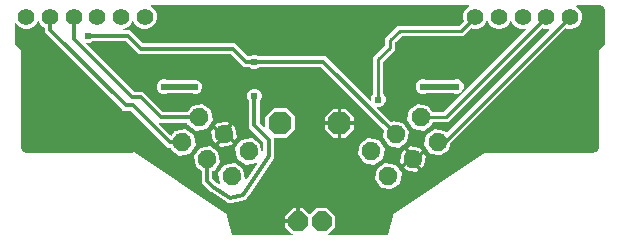
<source format=gbr>
G04 EAGLE Gerber X2 export*
G04 #@! %TF.Part,Single*
G04 #@! %TF.FileFunction,Copper,L2,Bot,Mixed*
G04 #@! %TF.FilePolarity,Positive*
G04 #@! %TF.GenerationSoftware,Autodesk,EAGLE,8.6.0*
G04 #@! %TF.CreationDate,2018-03-03T07:31:49Z*
G75*
%MOMM*%
%FSLAX34Y34*%
%LPD*%
%AMOC8*
5,1,8,0,0,1.08239X$1,22.5*%
G01*
%ADD10C,1.422400*%
%ADD11P,1.649562X8X168.200000*%
%ADD12P,1.649562X8X57.000000*%
%ADD13P,2.089446X8X22.500000*%
%ADD14P,1.814519X8X22.500000*%
%ADD15C,0.604000*%
%ADD16C,0.508000*%
%ADD17C,0.304800*%
%ADD18C,0.254000*%

G36*
X534705Y135092D02*
X534705Y135092D01*
X534777Y135094D01*
X534826Y135112D01*
X534877Y135120D01*
X534940Y135154D01*
X535008Y135179D01*
X535048Y135211D01*
X535095Y135236D01*
X535144Y135288D01*
X535200Y135332D01*
X535228Y135376D01*
X535264Y135414D01*
X535294Y135479D01*
X535333Y135539D01*
X535346Y135590D01*
X535368Y135637D01*
X535375Y135708D01*
X535393Y135778D01*
X535389Y135830D01*
X535395Y135881D01*
X535379Y135952D01*
X535374Y136023D01*
X535353Y136071D01*
X535342Y136122D01*
X535306Y136183D01*
X535277Y136249D01*
X535233Y136305D01*
X535216Y136333D01*
X535198Y136348D01*
X535173Y136380D01*
X529077Y142476D01*
X529077Y145477D01*
X539238Y145477D01*
X539258Y145480D01*
X539277Y145478D01*
X539379Y145500D01*
X539481Y145517D01*
X539498Y145526D01*
X539518Y145530D01*
X539607Y145583D01*
X539698Y145632D01*
X539712Y145646D01*
X539729Y145656D01*
X539796Y145735D01*
X539867Y145810D01*
X539876Y145828D01*
X539889Y145843D01*
X539927Y145939D01*
X539971Y146033D01*
X539973Y146053D01*
X539981Y146071D01*
X539999Y146238D01*
X539999Y147001D01*
X540762Y147001D01*
X540782Y147004D01*
X540801Y147002D01*
X540903Y147024D01*
X541005Y147041D01*
X541022Y147050D01*
X541042Y147054D01*
X541131Y147107D01*
X541222Y147156D01*
X541236Y147170D01*
X541253Y147180D01*
X541320Y147259D01*
X541391Y147334D01*
X541400Y147352D01*
X541413Y147367D01*
X541452Y147463D01*
X541495Y147557D01*
X541497Y147577D01*
X541505Y147595D01*
X541523Y147762D01*
X541523Y157923D01*
X544524Y157923D01*
X549103Y153345D01*
X549119Y153333D01*
X549131Y153317D01*
X549218Y153261D01*
X549302Y153201D01*
X549321Y153195D01*
X549338Y153184D01*
X549439Y153159D01*
X549537Y153129D01*
X549557Y153129D01*
X549577Y153124D01*
X549680Y153132D01*
X549783Y153135D01*
X549802Y153142D01*
X549822Y153143D01*
X549917Y153184D01*
X550014Y153219D01*
X550030Y153232D01*
X550048Y153240D01*
X550179Y153345D01*
X555265Y158431D01*
X564735Y158431D01*
X571431Y151735D01*
X571431Y142265D01*
X565546Y136380D01*
X565504Y136322D01*
X565455Y136270D01*
X565433Y136223D01*
X565402Y136181D01*
X565381Y136112D01*
X565351Y136047D01*
X565345Y135995D01*
X565330Y135945D01*
X565332Y135874D01*
X565324Y135803D01*
X565335Y135752D01*
X565336Y135700D01*
X565361Y135632D01*
X565376Y135562D01*
X565403Y135517D01*
X565421Y135469D01*
X565466Y135413D01*
X565502Y135351D01*
X565542Y135317D01*
X565574Y135277D01*
X565635Y135238D01*
X565689Y135191D01*
X565737Y135172D01*
X565781Y135144D01*
X565851Y135126D01*
X565917Y135099D01*
X565989Y135091D01*
X566020Y135083D01*
X566043Y135085D01*
X566084Y135081D01*
X615439Y135081D01*
X615488Y135089D01*
X615538Y135087D01*
X615609Y135109D01*
X615681Y135120D01*
X615726Y135144D01*
X615774Y135159D01*
X615834Y135201D01*
X615899Y135236D01*
X615933Y135272D01*
X615974Y135301D01*
X616018Y135361D01*
X616068Y135414D01*
X616089Y135459D01*
X616119Y135500D01*
X616161Y135614D01*
X616172Y135637D01*
X616173Y135645D01*
X616177Y135657D01*
X620037Y151098D01*
X620038Y151112D01*
X620045Y151133D01*
X620438Y153098D01*
X620445Y153108D01*
X620482Y153142D01*
X620517Y153207D01*
X620554Y153258D01*
X622267Y154285D01*
X622278Y154294D01*
X622298Y154305D01*
X696700Y203907D01*
X696717Y203922D01*
X696816Y204002D01*
X697895Y205081D01*
X698231Y205081D01*
X698247Y205083D01*
X698264Y205081D01*
X698369Y205103D01*
X698474Y205120D01*
X698488Y205128D01*
X698505Y205131D01*
X698653Y205209D01*
X698933Y205395D01*
X700429Y205096D01*
X700452Y205095D01*
X700578Y205081D01*
X790000Y205081D01*
X790026Y205085D01*
X790075Y205084D01*
X790886Y205164D01*
X790913Y205172D01*
X790941Y205172D01*
X791102Y205219D01*
X792601Y205839D01*
X792657Y205874D01*
X792717Y205900D01*
X792782Y205951D01*
X792810Y205969D01*
X792823Y205984D01*
X792848Y206004D01*
X793996Y207152D01*
X794034Y207205D01*
X794080Y207252D01*
X794120Y207325D01*
X794139Y207351D01*
X794145Y207370D01*
X794161Y207399D01*
X794781Y208898D01*
X794788Y208925D01*
X794801Y208950D01*
X794836Y209114D01*
X794916Y209925D01*
X794914Y209952D01*
X794919Y210000D01*
X794919Y292105D01*
X799696Y296882D01*
X799749Y296956D01*
X799809Y297025D01*
X799821Y297055D01*
X799840Y297081D01*
X799867Y297168D01*
X799901Y297253D01*
X799905Y297294D01*
X799912Y297316D01*
X799911Y297349D01*
X799919Y297420D01*
X799919Y325000D01*
X799915Y325026D01*
X799916Y325075D01*
X799836Y325886D01*
X799828Y325913D01*
X799828Y325941D01*
X799781Y326102D01*
X799161Y327601D01*
X799126Y327657D01*
X799100Y327717D01*
X799049Y327782D01*
X799031Y327810D01*
X799016Y327823D01*
X798996Y327848D01*
X797848Y328996D01*
X797795Y329034D01*
X797748Y329080D01*
X797742Y329083D01*
X797738Y329087D01*
X797721Y329095D01*
X797675Y329120D01*
X797649Y329139D01*
X797630Y329145D01*
X797601Y329161D01*
X796103Y329781D01*
X796075Y329788D01*
X796050Y329801D01*
X795886Y329836D01*
X795075Y329916D01*
X795048Y329914D01*
X795000Y329919D01*
X776288Y329919D01*
X776217Y329908D01*
X776146Y329906D01*
X776097Y329888D01*
X776045Y329880D01*
X775982Y329846D01*
X775915Y329821D01*
X775874Y329789D01*
X775828Y329764D01*
X775779Y329712D01*
X775723Y329668D01*
X775694Y329624D01*
X775658Y329586D01*
X775628Y329521D01*
X775590Y329461D01*
X775577Y329410D01*
X775555Y329363D01*
X775547Y329292D01*
X775529Y329222D01*
X775534Y329170D01*
X775528Y329119D01*
X775543Y329048D01*
X775549Y328977D01*
X775569Y328929D01*
X775580Y328878D01*
X775617Y328817D01*
X775645Y328751D01*
X775690Y328695D01*
X775706Y328667D01*
X775724Y328652D01*
X775750Y328620D01*
X778614Y325756D01*
X780161Y322021D01*
X780161Y317979D01*
X778614Y314244D01*
X775756Y311386D01*
X772021Y309839D01*
X767979Y309839D01*
X767012Y310240D01*
X766898Y310266D01*
X766785Y310295D01*
X766779Y310295D01*
X766772Y310296D01*
X766656Y310285D01*
X766540Y310276D01*
X766534Y310273D01*
X766528Y310273D01*
X766420Y310225D01*
X766313Y310180D01*
X766307Y310175D01*
X766303Y310173D01*
X766289Y310160D01*
X766182Y310075D01*
X668933Y212826D01*
X668921Y212808D01*
X668904Y212794D01*
X668849Y212708D01*
X668790Y212626D01*
X668783Y212605D01*
X668772Y212587D01*
X668723Y212426D01*
X667838Y207653D01*
X660555Y202647D01*
X651864Y204257D01*
X646858Y211541D01*
X648469Y220231D01*
X655753Y225237D01*
X664443Y223627D01*
X665178Y222558D01*
X665239Y222494D01*
X665295Y222424D01*
X665324Y222405D01*
X665348Y222380D01*
X665427Y222339D01*
X665502Y222291D01*
X665535Y222282D01*
X665566Y222266D01*
X665654Y222252D01*
X665741Y222231D01*
X665775Y222233D01*
X665809Y222228D01*
X665897Y222243D01*
X665986Y222250D01*
X666017Y222263D01*
X666051Y222269D01*
X666130Y222311D01*
X666212Y222346D01*
X666246Y222373D01*
X666268Y222385D01*
X666290Y222408D01*
X666343Y222451D01*
X752432Y308540D01*
X752474Y308598D01*
X752523Y308650D01*
X752545Y308697D01*
X752576Y308739D01*
X752597Y308808D01*
X752627Y308873D01*
X752633Y308925D01*
X752648Y308975D01*
X752646Y309046D01*
X752654Y309117D01*
X752643Y309168D01*
X752642Y309220D01*
X752617Y309288D01*
X752602Y309358D01*
X752575Y309402D01*
X752557Y309451D01*
X752512Y309507D01*
X752476Y309569D01*
X752436Y309603D01*
X752404Y309643D01*
X752343Y309682D01*
X752289Y309729D01*
X752240Y309748D01*
X752197Y309776D01*
X752127Y309794D01*
X752061Y309821D01*
X751989Y309829D01*
X751958Y309837D01*
X751935Y309835D01*
X751894Y309839D01*
X747979Y309839D01*
X747012Y310240D01*
X746898Y310266D01*
X746785Y310295D01*
X746779Y310295D01*
X746772Y310296D01*
X746656Y310285D01*
X746540Y310276D01*
X746534Y310273D01*
X746528Y310273D01*
X746420Y310225D01*
X746313Y310180D01*
X746307Y310175D01*
X746303Y310173D01*
X746289Y310160D01*
X746182Y310075D01*
X669417Y233309D01*
X666664Y230556D01*
X654450Y230556D01*
X654377Y230544D01*
X654304Y230542D01*
X654257Y230524D01*
X654207Y230516D01*
X654142Y230482D01*
X654073Y230456D01*
X654034Y230425D01*
X653990Y230401D01*
X653939Y230348D01*
X653882Y230302D01*
X653855Y230259D01*
X653820Y230223D01*
X653789Y230156D01*
X653750Y230094D01*
X653730Y230029D01*
X653717Y230000D01*
X653714Y229976D01*
X653701Y229934D01*
X653452Y228586D01*
X646168Y223579D01*
X637478Y225190D01*
X632472Y232474D01*
X634082Y241164D01*
X641366Y246170D01*
X650056Y244560D01*
X653517Y239524D01*
X653544Y239496D01*
X653563Y239464D01*
X653628Y239408D01*
X653688Y239346D01*
X653721Y239329D01*
X653750Y239304D01*
X653830Y239272D01*
X653906Y239232D01*
X653943Y239226D01*
X653978Y239212D01*
X654145Y239194D01*
X662771Y239194D01*
X662861Y239208D01*
X662952Y239215D01*
X662981Y239228D01*
X663013Y239233D01*
X663094Y239276D01*
X663178Y239312D01*
X663210Y239337D01*
X663231Y239348D01*
X663253Y239372D01*
X663309Y239417D01*
X732432Y308540D01*
X732474Y308598D01*
X732523Y308650D01*
X732545Y308697D01*
X732576Y308739D01*
X732597Y308808D01*
X732627Y308873D01*
X732633Y308925D01*
X732648Y308975D01*
X732646Y309046D01*
X732654Y309117D01*
X732643Y309168D01*
X732642Y309220D01*
X732617Y309288D01*
X732602Y309358D01*
X732575Y309403D01*
X732557Y309451D01*
X732512Y309507D01*
X732476Y309569D01*
X732436Y309603D01*
X732404Y309643D01*
X732343Y309682D01*
X732289Y309729D01*
X732240Y309748D01*
X732197Y309776D01*
X732127Y309794D01*
X732061Y309821D01*
X731989Y309829D01*
X731958Y309837D01*
X731935Y309835D01*
X731894Y309839D01*
X727979Y309839D01*
X724244Y311386D01*
X721386Y314244D01*
X720703Y315893D01*
X720665Y315954D01*
X720636Y316019D01*
X720601Y316058D01*
X720574Y316102D01*
X720518Y316148D01*
X720470Y316201D01*
X720424Y316226D01*
X720384Y316259D01*
X720317Y316285D01*
X720254Y316319D01*
X720203Y316328D01*
X720155Y316347D01*
X720083Y316350D01*
X720012Y316363D01*
X719961Y316355D01*
X719909Y316357D01*
X719840Y316337D01*
X719769Y316327D01*
X719723Y316303D01*
X719673Y316289D01*
X719614Y316248D01*
X719550Y316216D01*
X719513Y316178D01*
X719471Y316149D01*
X719428Y316091D01*
X719378Y316040D01*
X719343Y315977D01*
X719324Y315951D01*
X719317Y315929D01*
X719297Y315893D01*
X718614Y314244D01*
X715756Y311386D01*
X712021Y309839D01*
X707979Y309839D01*
X704244Y311386D01*
X701386Y314244D01*
X700703Y315893D01*
X700665Y315954D01*
X700636Y316019D01*
X700601Y316058D01*
X700574Y316102D01*
X700518Y316148D01*
X700470Y316201D01*
X700424Y316226D01*
X700384Y316259D01*
X700317Y316285D01*
X700254Y316319D01*
X700203Y316328D01*
X700155Y316347D01*
X700083Y316350D01*
X700012Y316363D01*
X699961Y316355D01*
X699909Y316357D01*
X699840Y316337D01*
X699769Y316327D01*
X699723Y316303D01*
X699673Y316289D01*
X699614Y316248D01*
X699550Y316216D01*
X699513Y316178D01*
X699471Y316149D01*
X699428Y316091D01*
X699378Y316040D01*
X699343Y315977D01*
X699324Y315951D01*
X699317Y315929D01*
X699297Y315893D01*
X698614Y314244D01*
X695756Y311386D01*
X692021Y309839D01*
X687979Y309839D01*
X687012Y310240D01*
X686898Y310266D01*
X686785Y310295D01*
X686779Y310295D01*
X686772Y310296D01*
X686656Y310285D01*
X686540Y310276D01*
X686534Y310273D01*
X686528Y310273D01*
X686420Y310225D01*
X686313Y310180D01*
X686307Y310175D01*
X686303Y310173D01*
X686289Y310160D01*
X686182Y310075D01*
X679789Y303681D01*
X628104Y303681D01*
X628014Y303667D01*
X627923Y303659D01*
X627893Y303647D01*
X627861Y303642D01*
X627781Y303599D01*
X627697Y303563D01*
X627665Y303537D01*
X627644Y303526D01*
X627622Y303503D01*
X627566Y303458D01*
X622542Y298434D01*
X622489Y298360D01*
X622429Y298291D01*
X622417Y298261D01*
X622398Y298234D01*
X622371Y298147D01*
X622337Y298063D01*
X622333Y298022D01*
X622326Y297999D01*
X622327Y297967D01*
X622319Y297896D01*
X622319Y292211D01*
X612458Y282350D01*
X612405Y282276D01*
X612345Y282207D01*
X612333Y282177D01*
X612314Y282150D01*
X612287Y282063D01*
X612253Y281979D01*
X612249Y281938D01*
X612242Y281915D01*
X612243Y281883D01*
X612235Y281812D01*
X612235Y254579D01*
X612237Y254567D01*
X612236Y254558D01*
X612246Y254511D01*
X612250Y254489D01*
X612257Y254398D01*
X612269Y254368D01*
X612274Y254336D01*
X612317Y254256D01*
X612353Y254172D01*
X612379Y254140D01*
X612390Y254119D01*
X612413Y254097D01*
X612458Y254041D01*
X613061Y253438D01*
X613985Y251207D01*
X613985Y248793D01*
X613061Y246562D01*
X611354Y244855D01*
X609123Y243931D01*
X607696Y243931D01*
X607625Y243920D01*
X607553Y243918D01*
X607504Y243900D01*
X607453Y243892D01*
X607390Y243858D01*
X607322Y243833D01*
X607281Y243801D01*
X607235Y243776D01*
X607186Y243725D01*
X607130Y243680D01*
X607102Y243636D01*
X607066Y243598D01*
X607036Y243533D01*
X606997Y243473D01*
X606984Y243422D01*
X606962Y243375D01*
X606955Y243304D01*
X606937Y243234D01*
X606941Y243182D01*
X606935Y243131D01*
X606951Y243060D01*
X606956Y242989D01*
X606977Y242941D01*
X606988Y242890D01*
X607024Y242829D01*
X607052Y242763D01*
X607097Y242707D01*
X607114Y242679D01*
X607132Y242664D01*
X607157Y242632D01*
X618547Y231242D01*
X618606Y231199D01*
X618660Y231149D01*
X618706Y231128D01*
X618746Y231099D01*
X618817Y231077D01*
X618884Y231046D01*
X618934Y231041D01*
X618982Y231026D01*
X619055Y231028D01*
X619128Y231021D01*
X619177Y231031D01*
X619227Y231033D01*
X619297Y231058D01*
X619368Y231074D01*
X619428Y231106D01*
X619458Y231117D01*
X619478Y231133D01*
X619516Y231153D01*
X620433Y231784D01*
X629123Y230173D01*
X634129Y222889D01*
X632519Y214199D01*
X625235Y209193D01*
X616545Y210803D01*
X611539Y218087D01*
X612596Y223792D01*
X612597Y223830D01*
X612606Y223867D01*
X612599Y223953D01*
X612601Y224038D01*
X612590Y224075D01*
X612587Y224112D01*
X612553Y224191D01*
X612528Y224273D01*
X612506Y224304D01*
X612491Y224339D01*
X612386Y224469D01*
X559751Y277104D01*
X559677Y277157D01*
X559608Y277217D01*
X559578Y277229D01*
X559551Y277248D01*
X559464Y277275D01*
X559380Y277309D01*
X559339Y277313D01*
X559316Y277320D01*
X559284Y277319D01*
X559213Y277327D01*
X507325Y277327D01*
X507235Y277313D01*
X507144Y277305D01*
X507114Y277293D01*
X507082Y277288D01*
X507002Y277245D01*
X506918Y277209D01*
X506886Y277183D01*
X506865Y277172D01*
X506843Y277149D01*
X506787Y277104D01*
X506438Y276755D01*
X504207Y275831D01*
X501793Y275831D01*
X499562Y276755D01*
X499213Y277104D01*
X499139Y277157D01*
X499070Y277217D01*
X499040Y277229D01*
X499013Y277248D01*
X498927Y277275D01*
X498842Y277309D01*
X498801Y277313D01*
X498778Y277320D01*
X498746Y277319D01*
X498675Y277327D01*
X494206Y277327D01*
X483329Y288204D01*
X483255Y288257D01*
X483185Y288317D01*
X483155Y288329D01*
X483129Y288348D01*
X483042Y288375D01*
X482957Y288409D01*
X482916Y288413D01*
X482894Y288420D01*
X482862Y288419D01*
X482791Y288427D01*
X405106Y288427D01*
X394329Y299204D01*
X394255Y299257D01*
X394185Y299317D01*
X394155Y299329D01*
X394129Y299348D01*
X394042Y299375D01*
X393957Y299409D01*
X393916Y299413D01*
X393894Y299420D01*
X393862Y299419D01*
X393791Y299427D01*
X366325Y299427D01*
X366235Y299413D01*
X366144Y299405D01*
X366114Y299393D01*
X366082Y299388D01*
X366002Y299345D01*
X365918Y299309D01*
X365886Y299283D01*
X365865Y299272D01*
X365843Y299249D01*
X365787Y299204D01*
X365438Y298855D01*
X363207Y297931D01*
X361373Y297931D01*
X361303Y297920D01*
X361231Y297918D01*
X361182Y297900D01*
X361131Y297892D01*
X361067Y297858D01*
X361000Y297833D01*
X360959Y297801D01*
X360913Y297776D01*
X360864Y297724D01*
X360808Y297680D01*
X360780Y297636D01*
X360744Y297598D01*
X360714Y297533D01*
X360675Y297473D01*
X360662Y297422D01*
X360640Y297375D01*
X360632Y297304D01*
X360615Y297234D01*
X360619Y297182D01*
X360613Y297131D01*
X360628Y297060D01*
X360634Y296989D01*
X360654Y296941D01*
X360665Y296890D01*
X360702Y296829D01*
X360730Y296763D01*
X360775Y296707D01*
X360792Y296679D01*
X360809Y296664D01*
X360835Y296632D01*
X400671Y256796D01*
X400745Y256743D01*
X400815Y256683D01*
X400845Y256671D01*
X400871Y256652D01*
X400958Y256625D01*
X401043Y256591D01*
X401084Y256587D01*
X401106Y256580D01*
X401138Y256581D01*
X401209Y256573D01*
X408894Y256573D01*
X425836Y239631D01*
X425910Y239578D01*
X425980Y239518D01*
X426010Y239506D01*
X426036Y239487D01*
X426123Y239460D01*
X426208Y239426D01*
X426249Y239422D01*
X426271Y239415D01*
X426303Y239416D01*
X426374Y239408D01*
X446000Y239408D01*
X446039Y239414D01*
X446078Y239412D01*
X446159Y239434D01*
X446243Y239448D01*
X446277Y239466D01*
X446315Y239476D01*
X446386Y239523D01*
X446460Y239563D01*
X446487Y239591D01*
X446520Y239613D01*
X446629Y239740D01*
X447124Y240466D01*
X447124Y240467D01*
X447644Y241228D01*
X448163Y241989D01*
X449201Y243511D01*
X449202Y243511D01*
X449202Y243512D01*
X449721Y244273D01*
X449874Y244498D01*
X458559Y246139D01*
X465860Y241158D01*
X467501Y232474D01*
X462521Y225172D01*
X453836Y223531D01*
X446535Y228512D01*
X446321Y229642D01*
X446296Y229710D01*
X446281Y229781D01*
X446255Y229825D01*
X446237Y229874D01*
X446192Y229930D01*
X446155Y229992D01*
X446116Y230026D01*
X446084Y230066D01*
X446023Y230105D01*
X445968Y230152D01*
X445920Y230171D01*
X445877Y230199D01*
X445807Y230217D01*
X445740Y230244D01*
X445670Y230252D01*
X445639Y230259D01*
X445615Y230258D01*
X445573Y230262D01*
X423042Y230262D01*
X422972Y230251D01*
X422900Y230249D01*
X422851Y230231D01*
X422800Y230223D01*
X422736Y230189D01*
X422669Y230164D01*
X422628Y230132D01*
X422582Y230107D01*
X422533Y230056D01*
X422477Y230011D01*
X422449Y229967D01*
X422413Y229929D01*
X422383Y229864D01*
X422344Y229804D01*
X422331Y229753D01*
X422309Y229706D01*
X422301Y229635D01*
X422284Y229565D01*
X422288Y229513D01*
X422282Y229462D01*
X422297Y229391D01*
X422303Y229320D01*
X422323Y229272D01*
X422334Y229221D01*
X422371Y229160D01*
X422399Y229094D01*
X422444Y229038D01*
X422461Y229010D01*
X422478Y228995D01*
X422484Y228988D01*
X422486Y228985D01*
X422488Y228983D01*
X422504Y228963D01*
X431826Y219641D01*
X431899Y219588D01*
X431968Y219529D01*
X431999Y219517D01*
X432025Y219498D01*
X432112Y219471D01*
X432196Y219437D01*
X432229Y219435D01*
X432261Y219425D01*
X432351Y219428D01*
X432442Y219422D01*
X432474Y219431D01*
X432506Y219432D01*
X432592Y219463D01*
X432679Y219486D01*
X432706Y219505D01*
X432737Y219516D01*
X432808Y219573D01*
X432884Y219623D01*
X432911Y219655D01*
X432929Y219670D01*
X432947Y219697D01*
X432993Y219750D01*
X433104Y219913D01*
X434661Y222196D01*
X434662Y222197D01*
X435181Y222958D01*
X435561Y223515D01*
X444245Y225156D01*
X451547Y220175D01*
X453188Y211491D01*
X448207Y204189D01*
X439522Y202548D01*
X432221Y207529D01*
X432008Y208659D01*
X431983Y208727D01*
X431968Y208798D01*
X431941Y208842D01*
X431924Y208891D01*
X431878Y208947D01*
X431841Y209009D01*
X431802Y209043D01*
X431770Y209083D01*
X431709Y209122D01*
X431654Y209169D01*
X431607Y209188D01*
X431563Y209216D01*
X431493Y209234D01*
X431426Y209261D01*
X431356Y209269D01*
X431325Y209277D01*
X431301Y209275D01*
X431260Y209279D01*
X429254Y209279D01*
X398329Y240204D01*
X398255Y240257D01*
X398185Y240317D01*
X398155Y240329D01*
X398129Y240348D01*
X398042Y240375D01*
X397957Y240409D01*
X397916Y240413D01*
X397894Y240420D01*
X397862Y240419D01*
X397791Y240427D01*
X392106Y240427D01*
X325427Y307106D01*
X325427Y310388D01*
X325409Y310501D01*
X325391Y310618D01*
X325389Y310624D01*
X325388Y310630D01*
X325333Y310733D01*
X325280Y310838D01*
X325275Y310842D01*
X325272Y310848D01*
X325188Y310928D01*
X325104Y311010D01*
X325098Y311014D01*
X325094Y311017D01*
X325077Y311025D01*
X324957Y311091D01*
X324244Y311386D01*
X321386Y314244D01*
X320703Y315893D01*
X320666Y315954D01*
X320636Y316019D01*
X320601Y316058D01*
X320574Y316102D01*
X320518Y316148D01*
X320470Y316201D01*
X320424Y316226D01*
X320384Y316259D01*
X320317Y316285D01*
X320254Y316319D01*
X320203Y316328D01*
X320155Y316347D01*
X320083Y316350D01*
X320012Y316363D01*
X319961Y316355D01*
X319909Y316357D01*
X319840Y316337D01*
X319769Y316327D01*
X319723Y316303D01*
X319673Y316289D01*
X319614Y316248D01*
X319550Y316216D01*
X319513Y316178D01*
X319471Y316149D01*
X319428Y316091D01*
X319378Y316040D01*
X319343Y315977D01*
X319324Y315951D01*
X319317Y315929D01*
X319297Y315893D01*
X318614Y314244D01*
X315756Y311386D01*
X312021Y309839D01*
X307979Y309839D01*
X304244Y311386D01*
X301380Y314250D01*
X301322Y314292D01*
X301270Y314342D01*
X301223Y314363D01*
X301181Y314394D01*
X301112Y314415D01*
X301047Y314445D01*
X300995Y314451D01*
X300945Y314466D01*
X300874Y314464D01*
X300803Y314472D01*
X300752Y314461D01*
X300700Y314460D01*
X300632Y314435D01*
X300562Y314420D01*
X300517Y314393D01*
X300469Y314375D01*
X300413Y314331D01*
X300351Y314294D01*
X300317Y314254D01*
X300277Y314222D01*
X300238Y314161D01*
X300191Y314107D01*
X300172Y314059D01*
X300144Y314015D01*
X300126Y313945D01*
X300099Y313879D01*
X300091Y313807D01*
X300083Y313776D01*
X300085Y313753D01*
X300081Y313712D01*
X300081Y297420D01*
X300095Y297330D01*
X300103Y297239D01*
X300115Y297209D01*
X300120Y297177D01*
X300163Y297096D01*
X300199Y297013D01*
X300225Y296980D01*
X300236Y296960D01*
X300259Y296938D01*
X300304Y296882D01*
X305081Y292105D01*
X305081Y210000D01*
X305085Y209974D01*
X305084Y209925D01*
X305164Y209114D01*
X305172Y209087D01*
X305172Y209059D01*
X305219Y208898D01*
X305839Y207399D01*
X305874Y207343D01*
X305900Y207283D01*
X305951Y207218D01*
X305969Y207190D01*
X305984Y207177D01*
X306004Y207152D01*
X307152Y206004D01*
X307205Y205966D01*
X307252Y205920D01*
X307325Y205880D01*
X307351Y205861D01*
X307370Y205855D01*
X307399Y205839D01*
X308897Y205219D01*
X308925Y205212D01*
X308950Y205199D01*
X309114Y205164D01*
X309925Y205084D01*
X309952Y205086D01*
X310000Y205081D01*
X399421Y205081D01*
X399445Y205085D01*
X399571Y205096D01*
X401067Y205395D01*
X401347Y205209D01*
X401361Y205202D01*
X401374Y205191D01*
X401474Y205151D01*
X401571Y205107D01*
X401587Y205105D01*
X401602Y205099D01*
X401769Y205081D01*
X402105Y205081D01*
X403184Y204002D01*
X403202Y203988D01*
X403300Y203907D01*
X477703Y154305D01*
X477715Y154299D01*
X477733Y154285D01*
X479452Y153254D01*
X479459Y153244D01*
X479479Y153198D01*
X479528Y153143D01*
X479563Y153091D01*
X479955Y151133D01*
X479960Y151120D01*
X479963Y151097D01*
X483823Y135657D01*
X483843Y135611D01*
X483853Y135562D01*
X483891Y135499D01*
X483920Y135432D01*
X483954Y135394D01*
X483980Y135351D01*
X484035Y135303D01*
X484085Y135249D01*
X484128Y135224D01*
X484166Y135191D01*
X484235Y135164D01*
X484299Y135127D01*
X484348Y135118D01*
X484395Y135099D01*
X484515Y135086D01*
X484540Y135081D01*
X484549Y135082D01*
X484561Y135081D01*
X534634Y135081D01*
X534705Y135092D01*
G37*
G36*
X601176Y249030D02*
X601176Y249030D01*
X601228Y249032D01*
X601296Y249056D01*
X601366Y249072D01*
X601411Y249098D01*
X601459Y249116D01*
X601515Y249161D01*
X601577Y249198D01*
X601611Y249237D01*
X601651Y249270D01*
X601690Y249330D01*
X601737Y249385D01*
X601756Y249433D01*
X601784Y249477D01*
X601802Y249546D01*
X601829Y249613D01*
X601837Y249684D01*
X601845Y249715D01*
X601843Y249739D01*
X601847Y249780D01*
X601847Y251207D01*
X602771Y253438D01*
X603374Y254041D01*
X603427Y254115D01*
X603487Y254184D01*
X603499Y254214D01*
X603518Y254241D01*
X603545Y254327D01*
X603579Y254412D01*
X603583Y254453D01*
X603590Y254476D01*
X603589Y254508D01*
X603597Y254579D01*
X603597Y285705D01*
X613458Y295566D01*
X613511Y295640D01*
X613571Y295709D01*
X613583Y295739D01*
X613602Y295766D01*
X613629Y295853D01*
X613663Y295937D01*
X613667Y295978D01*
X613674Y296001D01*
X613673Y296033D01*
X613681Y296104D01*
X613681Y301789D01*
X624211Y312319D01*
X675896Y312319D01*
X675986Y312333D01*
X676077Y312341D01*
X676107Y312353D01*
X676139Y312358D01*
X676219Y312401D01*
X676303Y312437D01*
X676335Y312463D01*
X676356Y312474D01*
X676378Y312497D01*
X676434Y312542D01*
X680075Y316182D01*
X680143Y316277D01*
X680213Y316371D01*
X680215Y316377D01*
X680218Y316382D01*
X680253Y316493D01*
X680289Y316605D01*
X680289Y316611D01*
X680291Y316617D01*
X680288Y316734D01*
X680287Y316851D01*
X680284Y316858D01*
X680284Y316863D01*
X680278Y316880D01*
X680240Y317012D01*
X679839Y317979D01*
X679839Y322021D01*
X681386Y325756D01*
X684250Y328620D01*
X684292Y328678D01*
X684342Y328730D01*
X684363Y328777D01*
X684394Y328819D01*
X684415Y328888D01*
X684445Y328953D01*
X684451Y329005D01*
X684466Y329055D01*
X684464Y329126D01*
X684472Y329197D01*
X684461Y329248D01*
X684460Y329300D01*
X684435Y329368D01*
X684420Y329438D01*
X684393Y329483D01*
X684375Y329531D01*
X684331Y329587D01*
X684294Y329649D01*
X684254Y329683D01*
X684222Y329723D01*
X684161Y329762D01*
X684107Y329809D01*
X684059Y329828D01*
X684015Y329856D01*
X683945Y329874D01*
X683879Y329901D01*
X683807Y329909D01*
X683776Y329917D01*
X683753Y329915D01*
X683712Y329919D01*
X416288Y329919D01*
X416217Y329908D01*
X416146Y329906D01*
X416097Y329888D01*
X416045Y329880D01*
X415982Y329846D01*
X415915Y329821D01*
X415874Y329789D01*
X415828Y329764D01*
X415779Y329712D01*
X415723Y329668D01*
X415694Y329624D01*
X415658Y329586D01*
X415628Y329521D01*
X415590Y329461D01*
X415577Y329410D01*
X415555Y329363D01*
X415547Y329292D01*
X415529Y329222D01*
X415534Y329170D01*
X415528Y329119D01*
X415543Y329048D01*
X415549Y328977D01*
X415569Y328929D01*
X415580Y328878D01*
X415617Y328817D01*
X415645Y328751D01*
X415690Y328695D01*
X415706Y328667D01*
X415724Y328652D01*
X415750Y328620D01*
X418614Y325756D01*
X420161Y322021D01*
X420161Y317979D01*
X418614Y314244D01*
X415756Y311386D01*
X412021Y309839D01*
X407979Y309839D01*
X404244Y311386D01*
X401386Y314244D01*
X400703Y315893D01*
X400665Y315954D01*
X400636Y316019D01*
X400601Y316058D01*
X400574Y316102D01*
X400518Y316148D01*
X400470Y316201D01*
X400424Y316226D01*
X400384Y316259D01*
X400317Y316285D01*
X400254Y316319D01*
X400203Y316328D01*
X400155Y316347D01*
X400083Y316350D01*
X400012Y316363D01*
X399961Y316355D01*
X399909Y316357D01*
X399840Y316337D01*
X399769Y316327D01*
X399723Y316303D01*
X399673Y316289D01*
X399614Y316248D01*
X399550Y316216D01*
X399513Y316178D01*
X399471Y316149D01*
X399428Y316091D01*
X399378Y316040D01*
X399343Y315977D01*
X399324Y315951D01*
X399317Y315929D01*
X399297Y315893D01*
X398614Y314244D01*
X395756Y311386D01*
X392499Y310037D01*
X392416Y309986D01*
X392330Y309940D01*
X392312Y309921D01*
X392290Y309908D01*
X392228Y309833D01*
X392161Y309762D01*
X392150Y309738D01*
X392133Y309718D01*
X392098Y309627D01*
X392057Y309539D01*
X392054Y309513D01*
X392045Y309489D01*
X392041Y309391D01*
X392030Y309295D01*
X392036Y309269D01*
X392035Y309243D01*
X392062Y309149D01*
X392082Y309054D01*
X392096Y309032D01*
X392103Y309007D01*
X392159Y308927D01*
X392209Y308843D01*
X392228Y308826D01*
X392243Y308805D01*
X392322Y308746D01*
X392396Y308683D01*
X392420Y308673D01*
X392441Y308658D01*
X392533Y308628D01*
X392624Y308591D01*
X392656Y308588D01*
X392675Y308582D01*
X392708Y308582D01*
X392790Y308573D01*
X397894Y308573D01*
X408671Y297796D01*
X408745Y297743D01*
X408815Y297683D01*
X408845Y297671D01*
X408871Y297652D01*
X408958Y297625D01*
X409043Y297591D01*
X409084Y297587D01*
X409106Y297580D01*
X409138Y297581D01*
X409209Y297573D01*
X486894Y297573D01*
X497771Y286696D01*
X497845Y286643D01*
X497915Y286583D01*
X497945Y286571D01*
X497971Y286552D01*
X498058Y286525D01*
X498143Y286491D01*
X498184Y286487D01*
X498206Y286480D01*
X498238Y286481D01*
X498309Y286473D01*
X498675Y286473D01*
X498765Y286487D01*
X498856Y286495D01*
X498886Y286507D01*
X498918Y286512D01*
X498998Y286555D01*
X499082Y286591D01*
X499114Y286617D01*
X499135Y286628D01*
X499157Y286651D01*
X499213Y286696D01*
X499562Y287045D01*
X501793Y287969D01*
X504207Y287969D01*
X506438Y287045D01*
X506787Y286696D01*
X506861Y286643D01*
X506930Y286583D01*
X506960Y286571D01*
X506987Y286552D01*
X507073Y286525D01*
X507158Y286491D01*
X507199Y286487D01*
X507222Y286480D01*
X507254Y286481D01*
X507325Y286473D01*
X563316Y286473D01*
X566218Y283571D01*
X600548Y249241D01*
X600606Y249199D01*
X600658Y249150D01*
X600705Y249128D01*
X600747Y249098D01*
X600816Y249077D01*
X600881Y249046D01*
X600933Y249041D01*
X600983Y249025D01*
X601054Y249027D01*
X601125Y249019D01*
X601176Y249030D01*
G37*
%LPC*%
G36*
X481018Y162119D02*
X481018Y162119D01*
X479472Y163189D01*
X479463Y163193D01*
X479450Y163203D01*
X466845Y171306D01*
X466836Y171310D01*
X466828Y171317D01*
X466723Y171359D01*
X466619Y171404D01*
X466609Y171405D01*
X466600Y171409D01*
X466433Y171427D01*
X466106Y171427D01*
X465172Y172361D01*
X465164Y172367D01*
X465045Y172463D01*
X463934Y173178D01*
X463864Y173498D01*
X463861Y173507D01*
X463860Y173517D01*
X463816Y173621D01*
X463774Y173726D01*
X463768Y173734D01*
X463764Y173743D01*
X463659Y173874D01*
X461196Y176337D01*
X458294Y179239D01*
X458294Y189341D01*
X458288Y189380D01*
X458290Y189419D01*
X458268Y189501D01*
X458254Y189584D01*
X458236Y189618D01*
X458226Y189656D01*
X458179Y189727D01*
X458139Y189801D01*
X458111Y189828D01*
X458089Y189861D01*
X457962Y189970D01*
X453204Y193215D01*
X451563Y201900D01*
X456544Y209201D01*
X465228Y210842D01*
X472530Y205862D01*
X474171Y197177D01*
X469190Y189876D01*
X468059Y189662D01*
X467992Y189638D01*
X467921Y189622D01*
X467877Y189596D01*
X467828Y189578D01*
X467772Y189533D01*
X467710Y189496D01*
X467676Y189457D01*
X467636Y189425D01*
X467597Y189364D01*
X467550Y189309D01*
X467531Y189261D01*
X467503Y189218D01*
X467485Y189148D01*
X467458Y189081D01*
X467450Y189011D01*
X467442Y188980D01*
X467444Y188956D01*
X467440Y188914D01*
X467440Y183343D01*
X467454Y183253D01*
X467461Y183162D01*
X467474Y183132D01*
X467479Y183100D01*
X467522Y183019D01*
X467558Y182935D01*
X467583Y182903D01*
X467594Y182882D01*
X467618Y182860D01*
X467663Y182804D01*
X470828Y179639D01*
X470836Y179633D01*
X470955Y179537D01*
X473009Y178216D01*
X473066Y178191D01*
X473117Y178158D01*
X473178Y178143D01*
X473235Y178118D01*
X473296Y178113D01*
X473356Y178098D01*
X473418Y178102D01*
X473480Y178097D01*
X473540Y178112D01*
X473601Y178116D01*
X473658Y178141D01*
X473719Y178156D01*
X473771Y178189D01*
X473827Y178212D01*
X473874Y178254D01*
X473927Y178287D01*
X473965Y178335D01*
X474011Y178376D01*
X474042Y178430D01*
X474082Y178478D01*
X474103Y178536D01*
X474134Y178589D01*
X474146Y178650D01*
X474168Y178709D01*
X474170Y178770D01*
X474182Y178830D01*
X474175Y178922D01*
X474176Y178955D01*
X474171Y178971D01*
X474169Y178998D01*
X472546Y187586D01*
X477527Y194888D01*
X486211Y196529D01*
X493512Y191548D01*
X495159Y182835D01*
X495185Y182764D01*
X495201Y182690D01*
X495226Y182649D01*
X495243Y182604D01*
X495290Y182545D01*
X495330Y182480D01*
X495366Y182449D01*
X495396Y182411D01*
X495460Y182371D01*
X495518Y182322D01*
X495563Y182304D01*
X495603Y182278D01*
X495676Y182260D01*
X495747Y182232D01*
X495795Y182230D01*
X495842Y182218D01*
X495917Y182224D01*
X495993Y182220D01*
X496039Y182233D01*
X496087Y182237D01*
X496156Y182266D01*
X496229Y182287D01*
X496269Y182314D01*
X496313Y182333D01*
X496370Y182383D01*
X496432Y182425D01*
X496474Y182475D01*
X496497Y182496D01*
X496510Y182518D01*
X496540Y182554D01*
X505063Y195337D01*
X505091Y195399D01*
X505127Y195456D01*
X505141Y195510D01*
X505164Y195561D01*
X505171Y195629D01*
X505188Y195694D01*
X505183Y195750D01*
X505189Y195806D01*
X505174Y195872D01*
X505169Y195940D01*
X505147Y195991D01*
X505134Y196046D01*
X505099Y196104D01*
X505073Y196166D01*
X505036Y196208D01*
X505006Y196256D01*
X504955Y196299D01*
X504910Y196350D01*
X504861Y196378D01*
X504818Y196414D01*
X504755Y196439D01*
X504696Y196472D01*
X504641Y196483D01*
X504589Y196504D01*
X504521Y196507D01*
X504455Y196520D01*
X504376Y196514D01*
X504343Y196516D01*
X504323Y196510D01*
X504288Y196508D01*
X495802Y194904D01*
X488501Y199885D01*
X486860Y208569D01*
X490962Y214584D01*
X491840Y215871D01*
X500525Y217512D01*
X507826Y212531D01*
X508918Y206752D01*
X508936Y206702D01*
X508945Y206650D01*
X508978Y206588D01*
X509002Y206521D01*
X509035Y206479D01*
X509060Y206433D01*
X509111Y206384D01*
X509156Y206328D01*
X509200Y206300D01*
X509238Y206264D01*
X509302Y206234D01*
X509362Y206195D01*
X509413Y206182D01*
X509461Y206160D01*
X509532Y206152D01*
X509601Y206135D01*
X509653Y206139D01*
X509705Y206133D01*
X509775Y206148D01*
X509846Y206153D01*
X509894Y206174D01*
X509946Y206185D01*
X510007Y206222D01*
X510072Y206249D01*
X510112Y206284D01*
X510157Y206311D01*
X510203Y206365D01*
X510256Y206413D01*
X510283Y206458D01*
X510317Y206498D01*
X510343Y206564D01*
X510379Y206626D01*
X510389Y206678D01*
X510409Y206726D01*
X510421Y206840D01*
X510427Y206867D01*
X510426Y206880D01*
X510427Y206893D01*
X510427Y213791D01*
X510413Y213881D01*
X510405Y213972D01*
X510393Y214001D01*
X510388Y214033D01*
X510345Y214114D01*
X510309Y214198D01*
X510283Y214230D01*
X510272Y214251D01*
X510249Y214273D01*
X510204Y214329D01*
X498427Y226106D01*
X498427Y248675D01*
X498413Y248765D01*
X498405Y248856D01*
X498393Y248886D01*
X498388Y248918D01*
X498345Y248998D01*
X498309Y249082D01*
X498283Y249114D01*
X498272Y249135D01*
X498249Y249157D01*
X498204Y249213D01*
X497855Y249562D01*
X496931Y251793D01*
X496931Y254207D01*
X497855Y256438D01*
X499562Y258145D01*
X501793Y259069D01*
X504207Y259069D01*
X506438Y258145D01*
X508145Y256438D01*
X509069Y254207D01*
X509069Y251793D01*
X508145Y249562D01*
X507796Y249213D01*
X507743Y249139D01*
X507683Y249070D01*
X507671Y249040D01*
X507652Y249013D01*
X507625Y248927D01*
X507591Y248842D01*
X507587Y248801D01*
X507580Y248778D01*
X507581Y248746D01*
X507573Y248675D01*
X507573Y230209D01*
X507574Y230201D01*
X507574Y230198D01*
X507577Y230180D01*
X507587Y230119D01*
X507595Y230028D01*
X507607Y229999D01*
X507612Y229967D01*
X507655Y229886D01*
X507691Y229802D01*
X507717Y229770D01*
X507728Y229749D01*
X507751Y229727D01*
X507796Y229671D01*
X511000Y226467D01*
X511058Y226425D01*
X511110Y226376D01*
X511157Y226354D01*
X511199Y226324D01*
X511268Y226302D01*
X511333Y226272D01*
X511385Y226267D01*
X511435Y226251D01*
X511506Y226253D01*
X511577Y226245D01*
X511628Y226256D01*
X511680Y226258D01*
X511748Y226282D01*
X511818Y226297D01*
X511863Y226324D01*
X511911Y226342D01*
X511967Y226387D01*
X512029Y226424D01*
X512063Y226463D01*
X512103Y226496D01*
X512142Y226556D01*
X512189Y226610D01*
X512208Y226659D01*
X512236Y226703D01*
X512254Y226772D01*
X512281Y226839D01*
X512289Y226910D01*
X512297Y226941D01*
X512295Y226964D01*
X512299Y227005D01*
X512299Y235261D01*
X519739Y242701D01*
X530261Y242701D01*
X537701Y235261D01*
X537701Y224739D01*
X530261Y217299D01*
X520334Y217299D01*
X520314Y217296D01*
X520295Y217298D01*
X520193Y217276D01*
X520091Y217260D01*
X520074Y217250D01*
X520054Y217246D01*
X519965Y217193D01*
X519874Y217144D01*
X519860Y217130D01*
X519843Y217120D01*
X519776Y217041D01*
X519704Y216966D01*
X519696Y216948D01*
X519683Y216933D01*
X519644Y216837D01*
X519601Y216743D01*
X519599Y216723D01*
X519591Y216705D01*
X519573Y216538D01*
X519573Y202528D01*
X519577Y202505D01*
X519588Y202379D01*
X519855Y201040D01*
X519701Y200807D01*
X519694Y200792D01*
X519683Y200780D01*
X519643Y200680D01*
X519599Y200583D01*
X519597Y200567D01*
X519591Y200552D01*
X519573Y200385D01*
X519573Y200106D01*
X518607Y199140D01*
X518593Y199121D01*
X518512Y199024D01*
X498000Y168256D01*
X497965Y168179D01*
X497922Y168106D01*
X497915Y168068D01*
X497911Y168060D01*
X496786Y166436D01*
X496784Y166431D01*
X496779Y166425D01*
X495728Y164848D01*
X493865Y164510D01*
X493860Y164508D01*
X493852Y164507D01*
X491908Y164118D01*
X491865Y164127D01*
X491815Y164124D01*
X491788Y164126D01*
X491759Y164120D01*
X491698Y164116D01*
X482908Y162517D01*
X482898Y162514D01*
X482882Y162512D01*
X481056Y162115D01*
X481018Y162119D01*
G37*
%LPD*%
%LPC*%
G36*
X644793Y254931D02*
X644793Y254931D01*
X642562Y255855D01*
X640855Y257562D01*
X639931Y259793D01*
X639931Y262207D01*
X640855Y264438D01*
X642562Y266145D01*
X644793Y267069D01*
X647207Y267069D01*
X648226Y266647D01*
X648290Y266632D01*
X648351Y266607D01*
X648434Y266598D01*
X648466Y266591D01*
X648485Y266592D01*
X648517Y266589D01*
X671483Y266589D01*
X671547Y266599D01*
X671613Y266600D01*
X671693Y266623D01*
X671725Y266628D01*
X671743Y266638D01*
X671774Y266647D01*
X672793Y267069D01*
X675207Y267069D01*
X677438Y266145D01*
X679145Y264438D01*
X680069Y262207D01*
X680069Y259793D01*
X679145Y257562D01*
X677438Y255855D01*
X675207Y254931D01*
X672793Y254931D01*
X671774Y255353D01*
X671710Y255368D01*
X671649Y255393D01*
X671566Y255402D01*
X671534Y255409D01*
X671515Y255408D01*
X671483Y255411D01*
X648517Y255411D01*
X648453Y255401D01*
X648387Y255400D01*
X648307Y255377D01*
X648275Y255372D01*
X648257Y255362D01*
X648226Y255353D01*
X647207Y254931D01*
X644793Y254931D01*
G37*
%LPD*%
%LPC*%
G36*
X451533Y254601D02*
X451533Y254601D01*
X449814Y255313D01*
X449750Y255328D01*
X449689Y255353D01*
X449606Y255362D01*
X449574Y255369D01*
X449555Y255368D01*
X449523Y255371D01*
X429107Y255371D01*
X429043Y255361D01*
X428977Y255360D01*
X428897Y255337D01*
X428865Y255332D01*
X428847Y255322D01*
X428835Y255319D01*
X428833Y255318D01*
X428832Y255318D01*
X428816Y255313D01*
X427797Y254891D01*
X425383Y254891D01*
X423152Y255815D01*
X421445Y257522D01*
X420521Y259753D01*
X420521Y262167D01*
X421445Y264398D01*
X423152Y266105D01*
X425383Y267029D01*
X427797Y267029D01*
X428816Y266607D01*
X428880Y266592D01*
X428941Y266567D01*
X429024Y266558D01*
X429056Y266551D01*
X429075Y266552D01*
X429107Y266549D01*
X450923Y266549D01*
X450987Y266559D01*
X451053Y266560D01*
X451133Y266583D01*
X451165Y266588D01*
X451183Y266598D01*
X451214Y266607D01*
X451533Y266739D01*
X453947Y266739D01*
X456178Y265815D01*
X457885Y264108D01*
X458809Y261877D01*
X458809Y259463D01*
X457885Y257232D01*
X456178Y255525D01*
X453947Y254601D01*
X451533Y254601D01*
G37*
%LPD*%
%LPC*%
G36*
X595612Y196417D02*
X595612Y196417D01*
X590606Y203701D01*
X592217Y212391D01*
X599500Y217397D01*
X608191Y215786D01*
X613197Y208502D01*
X611586Y199812D01*
X604302Y194806D01*
X595612Y196417D01*
G37*
%LPD*%
%LPC*%
G36*
X609999Y175484D02*
X609999Y175484D01*
X604993Y182768D01*
X606603Y191458D01*
X613887Y196464D01*
X622577Y194853D01*
X627583Y187570D01*
X625973Y178879D01*
X618689Y173873D01*
X609999Y175484D01*
G37*
%LPD*%
%LPC*%
G36*
X576523Y231523D02*
X576523Y231523D01*
X576523Y242193D01*
X580050Y242193D01*
X587193Y235050D01*
X587193Y231523D01*
X576523Y231523D01*
G37*
%LPD*%
%LPC*%
G36*
X562807Y231523D02*
X562807Y231523D01*
X562807Y235050D01*
X569950Y242193D01*
X573477Y242193D01*
X573477Y231523D01*
X562807Y231523D01*
G37*
%LPD*%
%LPC*%
G36*
X576523Y217807D02*
X576523Y217807D01*
X576523Y228477D01*
X587193Y228477D01*
X587193Y224950D01*
X580050Y217807D01*
X576523Y217807D01*
G37*
%LPD*%
%LPC*%
G36*
X569950Y217807D02*
X569950Y217807D01*
X562807Y224950D01*
X562807Y228477D01*
X573477Y228477D01*
X573477Y217807D01*
X569950Y217807D01*
G37*
%LPD*%
%LPC*%
G36*
X529077Y148523D02*
X529077Y148523D01*
X529077Y151524D01*
X535476Y157923D01*
X538477Y157923D01*
X538477Y148523D01*
X529077Y148523D01*
G37*
%LPD*%
%LPC*%
G36*
X479297Y220921D02*
X479297Y220921D01*
X479647Y221435D01*
X479648Y221435D01*
X480167Y222196D01*
X480167Y222197D01*
X480686Y222958D01*
X481725Y224480D01*
X482244Y225241D01*
X482244Y225242D01*
X482763Y226003D01*
X483802Y227525D01*
X484164Y228057D01*
X486383Y226544D01*
X487946Y218272D01*
X486432Y216054D01*
X479297Y220921D01*
G37*
%LPD*%
%LPC*%
G36*
X469645Y227506D02*
X469645Y227506D01*
X471158Y229724D01*
X479429Y231287D01*
X481648Y229774D01*
X480698Y228381D01*
X480179Y227620D01*
X479660Y226859D01*
X479659Y226859D01*
X478621Y225336D01*
X478102Y224575D01*
X477582Y223814D01*
X476780Y222638D01*
X469645Y227506D01*
G37*
%LPD*%
%LPC*%
G36*
X632721Y208792D02*
X632721Y208792D01*
X634934Y210313D01*
X643211Y208779D01*
X644732Y206566D01*
X637613Y201673D01*
X632721Y208792D01*
G37*
%LPD*%
%LPC*%
G36*
X639339Y199163D02*
X639339Y199163D01*
X646457Y204055D01*
X647978Y201842D01*
X646444Y193565D01*
X644231Y192044D01*
X639339Y199163D01*
G37*
%LPD*%
%LPC*%
G36*
X626463Y197269D02*
X626463Y197269D01*
X627997Y205545D01*
X630210Y207066D01*
X635103Y199948D01*
X627984Y195056D01*
X626463Y197269D01*
G37*
%LPD*%
%LPC*%
G36*
X472713Y211269D02*
X472713Y211269D01*
X474455Y213823D01*
X477580Y218405D01*
X484716Y213537D01*
X484456Y213156D01*
X483937Y212395D01*
X483936Y212395D01*
X483417Y211634D01*
X483202Y211319D01*
X474931Y209756D01*
X472713Y211269D01*
G37*
%LPD*%
%LPC*%
G36*
X631231Y190332D02*
X631231Y190332D01*
X629710Y192545D01*
X636828Y197437D01*
X641721Y190319D01*
X639507Y188798D01*
X631231Y190332D01*
G37*
%LPD*%
%LPC*%
G36*
X467978Y214499D02*
X467978Y214499D01*
X466415Y222770D01*
X467928Y224989D01*
X475064Y220121D01*
X474467Y219246D01*
X473947Y218485D01*
X473428Y217724D01*
X472390Y216201D01*
X472389Y216201D01*
X471870Y215440D01*
X471351Y214679D01*
X470832Y213918D01*
X470832Y213917D01*
X470196Y212986D01*
X467978Y214499D01*
G37*
%LPD*%
%LPC*%
G36*
X574999Y229999D02*
X574999Y229999D01*
X574999Y230001D01*
X575001Y230001D01*
X575001Y229999D01*
X574999Y229999D01*
G37*
%LPD*%
%LPC*%
G36*
X477179Y220521D02*
X477179Y220521D01*
X477180Y220523D01*
X477182Y220522D01*
X477181Y220520D01*
X477179Y220521D01*
G37*
%LPD*%
%LPC*%
G36*
X637220Y199556D02*
X637220Y199556D01*
X637221Y199557D01*
X637222Y199555D01*
X637221Y199554D01*
X637220Y199556D01*
G37*
%LPD*%
D10*
X310000Y320000D03*
D11*
X498163Y206208D03*
X483850Y185225D03*
X477180Y220521D03*
X462867Y199539D03*
X456198Y234835D03*
X441884Y213852D03*
D10*
X330000Y320000D03*
X350000Y320000D03*
X370000Y320000D03*
X390000Y320000D03*
D12*
X616288Y185169D03*
X601901Y206101D03*
X637221Y199555D03*
X622834Y220488D03*
X658154Y213942D03*
X643767Y234875D03*
D10*
X710000Y320000D03*
X730000Y320000D03*
X750000Y320000D03*
X770000Y320000D03*
X690000Y320000D03*
X410000Y320000D03*
D13*
X575000Y230000D03*
X525000Y230000D03*
D14*
X540000Y147000D03*
X560000Y147000D03*
D15*
X374000Y249000D03*
X311000Y277000D03*
X725000Y248000D03*
X480000Y286000D03*
X646000Y273000D03*
X576000Y286000D03*
X513000Y292000D03*
X611000Y156000D03*
D16*
X612000Y156000D01*
D15*
X510000Y155000D03*
X524400Y187400D03*
X789000Y306000D03*
D17*
X468000Y176000D02*
X462867Y181133D01*
X468000Y176000D02*
X482000Y167000D01*
X493000Y169000D01*
X515000Y202000D01*
X462867Y199539D02*
X462867Y181133D01*
X622834Y220488D02*
X622834Y220488D01*
D18*
X462867Y199539D02*
X462867Y199539D01*
D15*
X503000Y281900D03*
D17*
X496100Y281900D01*
X485000Y293000D01*
X407000Y293000D01*
X396000Y304000D01*
X362000Y304000D01*
D15*
X362000Y304000D03*
D17*
X561422Y281900D02*
X622834Y220488D01*
X561422Y281900D02*
X503000Y281900D01*
X515000Y216000D02*
X515000Y202000D01*
X515000Y216000D02*
X503000Y228000D01*
X503000Y253000D01*
D15*
X503000Y253000D03*
X426590Y260960D03*
D16*
X452450Y260960D01*
X452740Y260670D01*
D15*
X452740Y260670D03*
X674000Y261000D03*
D16*
X646000Y261000D01*
D15*
X646000Y261000D03*
D17*
X441884Y213852D02*
X431148Y213852D01*
X400000Y245000D01*
X394000Y245000D01*
X330000Y309000D01*
X330000Y320000D01*
D18*
X664875Y234875D02*
X750000Y320000D01*
X664875Y234875D02*
X643767Y234875D01*
X643767Y234875D01*
X663942Y213942D02*
X770000Y320000D01*
X663942Y213942D02*
X658154Y213942D01*
D17*
X456197Y234835D02*
X424165Y234835D01*
D18*
X456197Y234835D02*
X456198Y234835D01*
D17*
X424165Y234835D02*
X407000Y252000D01*
X399000Y252000D01*
X350000Y301000D01*
X350000Y320000D01*
D15*
X607916Y250000D03*
D18*
X607916Y283916D01*
X618000Y294000D01*
X618000Y300000D01*
X626000Y308000D02*
X678000Y308000D01*
X690000Y320000D01*
X626000Y308000D02*
X618000Y300000D01*
M02*

</source>
